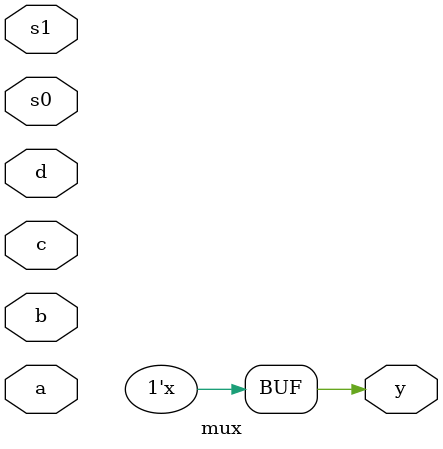
<source format=v>
module mux(input wire a,b,c,d,
input wire s0,s1,
output reg y
);
reg x,z;
always @(*) begin
    if (~s0) begin
        x<=a;
        z<=c;
    end
        else begin
        x<=b;
        z<=d;
    end
    if (~s1)
        y<= x;
        else
        y<=z;
    
    end
endmodule

</source>
